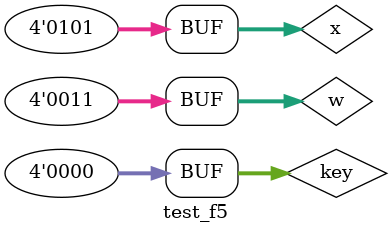
<source format=v>
module lastChance (output [3:0] s0, 
			          input [3:0] s5, 
			          input [3:0] s2, 
			          input [3:0] key); 
 assign s0 = (s5 & ~key) | (s2 & key); 
	endmodule // lastChance 
module oneMoreTime (output [3:0] s1, 
			           input [3:0] s3, 
			           input [3:0] s4, 
			           input [3:0] key); 
 assign s1 = (s3 & ~key) | (s4 & key); 
	endmodule // oneMoreTime 
module orGate (output [3:0] s5, 
			  input [3:0] w, 
			  input [3:0] x); 
 assign s5 = (w | x);         
 	endmodule // orGate 
module xorGate (output [3:0] s2, 
			  input [3:0] w, 
			  input [3:0] x); 
 assign s2 = (w ^ x); 
	endmodule // xorGate 
module xnorGate (output [3:0] s4, 
			  input [3:0] w, 
			  input [3:0] x); 
 assign s4 = ~(w ^ x);         
 	endmodule // xnorGate 
module norGate (output [3:0] s3, 
			  input [3:0] w, 
			  input [3:0] x); 
 assign s3 = ~(w | x); 
	endmodule // norGate 
	module test_f5; 
// ------------------------- definir dados 
	reg [3:0] w; 
	reg [3:0] x; 
	reg [3:0] key; 
	wire [3:0] s0; 
	wire [3:0] s1; 
	wire [3:0] s2; 
	wire [3:0] s3; 
	wire [3:0] s4; 
	wire [3:0] s5; 
	orGate ana (s5, w, x);
	norGate mari (s3, w, x);
	xorGate nathalia (s2, w, x);
	xnorGate norberta (s4, w, x);
	lastChance bruno (s0, s5, s2, key);
	oneMoreTime fernao (s1, s3, s4, key);
// ------------------------- parte principal 
initial begin 
	$display("Exemplo0034 - Pedro Henrique Vilar Locatelli - 427453"); 
	$display("Test LU's module"); 
	w = 4'b0011; x = 4'b0101;
		// projetar testes do modulo 
	#1 key = 4'b1111;
	$monitor("%b operação(or ou nor) %b com chave %b = %b e %b operação(xor ou xnor) %b com chave %b = %b", w, x, key, s0, w, x, key, s1); 
	#2 key = 4'b0000;
end 
endmodule // test_f5 
</source>
